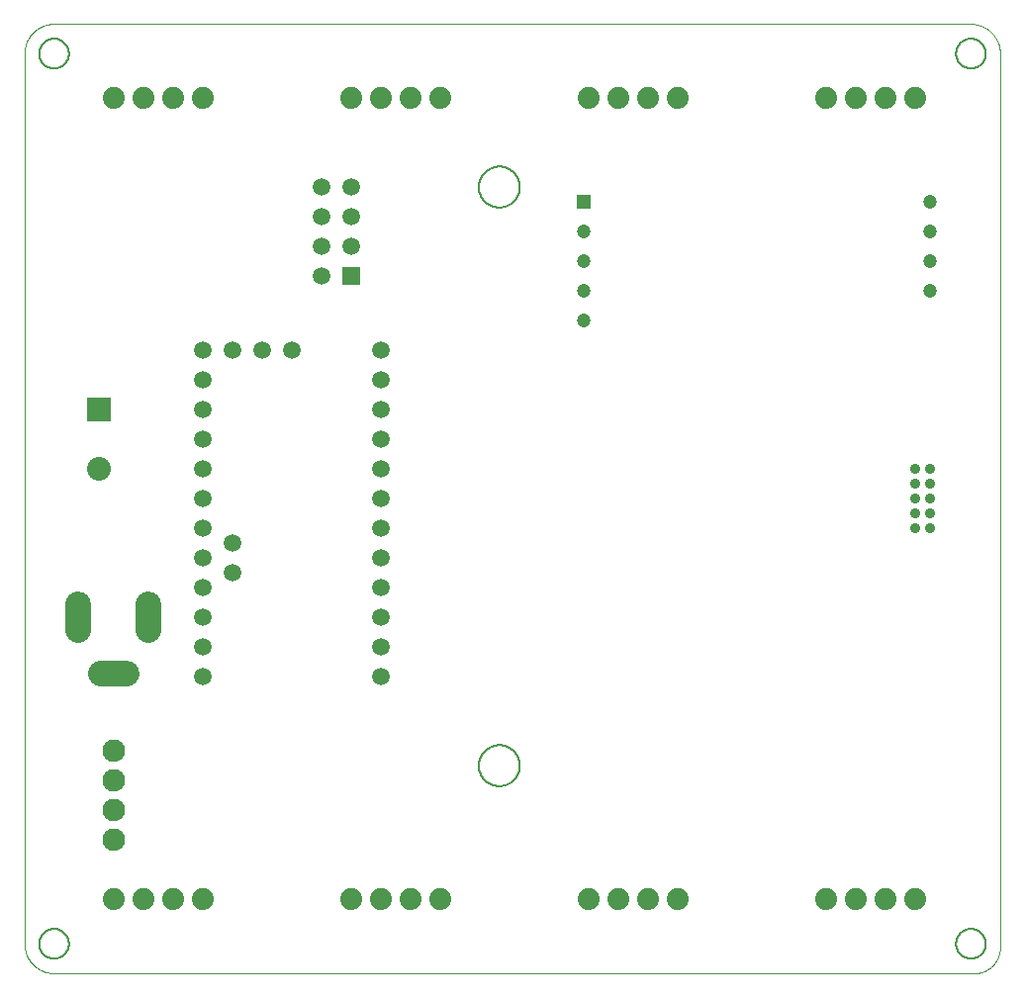
<source format=gbs>
G75*
%MOIN*%
%OFA0B0*%
%FSLAX25Y25*%
%IPPOS*%
%LPD*%
%AMOC8*
5,1,8,0,0,1.08239X$1,22.5*
%
%ADD10C,0.00000*%
%ADD11C,0.00600*%
%ADD12C,0.07400*%
%ADD13C,0.08600*%
%ADD14C,0.05906*%
%ADD15R,0.04724X0.04724*%
%ADD16C,0.04724*%
%ADD17R,0.08000X0.08000*%
%ADD18C,0.08000*%
%ADD19C,0.03562*%
%ADD20C,0.07600*%
%ADD21R,0.05906X0.05906*%
D10*
X0013520Y0011600D02*
X0013520Y0311561D01*
X0013523Y0311803D01*
X0013532Y0312044D01*
X0013546Y0312285D01*
X0013567Y0312526D01*
X0013593Y0312766D01*
X0013625Y0313006D01*
X0013663Y0313245D01*
X0013706Y0313482D01*
X0013756Y0313719D01*
X0013811Y0313954D01*
X0013871Y0314188D01*
X0013938Y0314420D01*
X0014009Y0314651D01*
X0014087Y0314880D01*
X0014170Y0315107D01*
X0014258Y0315332D01*
X0014352Y0315555D01*
X0014451Y0315775D01*
X0014556Y0315993D01*
X0014665Y0316208D01*
X0014780Y0316421D01*
X0014900Y0316631D01*
X0015025Y0316837D01*
X0015155Y0317041D01*
X0015290Y0317242D01*
X0015430Y0317439D01*
X0015574Y0317633D01*
X0015723Y0317823D01*
X0015877Y0318009D01*
X0016035Y0318192D01*
X0016197Y0318371D01*
X0016364Y0318546D01*
X0016535Y0318717D01*
X0016710Y0318884D01*
X0016889Y0319046D01*
X0017072Y0319204D01*
X0017258Y0319358D01*
X0017448Y0319507D01*
X0017642Y0319651D01*
X0017839Y0319791D01*
X0018040Y0319926D01*
X0018244Y0320056D01*
X0018450Y0320181D01*
X0018660Y0320301D01*
X0018873Y0320416D01*
X0019088Y0320525D01*
X0019306Y0320630D01*
X0019526Y0320729D01*
X0019749Y0320823D01*
X0019974Y0320911D01*
X0020201Y0320994D01*
X0020430Y0321072D01*
X0020661Y0321143D01*
X0020893Y0321210D01*
X0021127Y0321270D01*
X0021362Y0321325D01*
X0021599Y0321375D01*
X0021836Y0321418D01*
X0022075Y0321456D01*
X0022315Y0321488D01*
X0022555Y0321514D01*
X0022796Y0321535D01*
X0023037Y0321549D01*
X0023278Y0321558D01*
X0023520Y0321561D01*
X0332260Y0321561D01*
X0332501Y0321558D01*
X0332741Y0321549D01*
X0332982Y0321535D01*
X0333221Y0321514D01*
X0333461Y0321488D01*
X0333699Y0321456D01*
X0333937Y0321419D01*
X0334174Y0321375D01*
X0334409Y0321326D01*
X0334644Y0321272D01*
X0334877Y0321211D01*
X0335108Y0321145D01*
X0335338Y0321073D01*
X0335566Y0320996D01*
X0335792Y0320914D01*
X0336016Y0320826D01*
X0336238Y0320732D01*
X0336458Y0320633D01*
X0336675Y0320529D01*
X0336889Y0320420D01*
X0337101Y0320306D01*
X0337310Y0320186D01*
X0337516Y0320062D01*
X0337719Y0319932D01*
X0337918Y0319798D01*
X0338115Y0319659D01*
X0338308Y0319515D01*
X0338497Y0319366D01*
X0338683Y0319213D01*
X0338865Y0319056D01*
X0339044Y0318894D01*
X0339218Y0318728D01*
X0339388Y0318558D01*
X0339554Y0318384D01*
X0339716Y0318205D01*
X0339873Y0318023D01*
X0340026Y0317837D01*
X0340175Y0317648D01*
X0340319Y0317455D01*
X0340458Y0317258D01*
X0340592Y0317059D01*
X0340722Y0316856D01*
X0340846Y0316650D01*
X0340966Y0316441D01*
X0341080Y0316229D01*
X0341189Y0316015D01*
X0341293Y0315798D01*
X0341392Y0315578D01*
X0341486Y0315356D01*
X0341574Y0315132D01*
X0341656Y0314906D01*
X0341733Y0314678D01*
X0341805Y0314448D01*
X0341871Y0314217D01*
X0341932Y0313984D01*
X0341986Y0313749D01*
X0342035Y0313514D01*
X0342079Y0313277D01*
X0342116Y0313039D01*
X0342148Y0312801D01*
X0342174Y0312561D01*
X0342195Y0312322D01*
X0342209Y0312081D01*
X0342218Y0311841D01*
X0342221Y0311600D01*
X0342220Y0311600D02*
X0342220Y0010301D01*
X0342221Y0010301D02*
X0342218Y0010091D01*
X0342211Y0009881D01*
X0342198Y0009671D01*
X0342180Y0009461D01*
X0342158Y0009252D01*
X0342130Y0009044D01*
X0342097Y0008836D01*
X0342059Y0008629D01*
X0342016Y0008423D01*
X0341968Y0008219D01*
X0341915Y0008015D01*
X0341858Y0007813D01*
X0341795Y0007612D01*
X0341728Y0007413D01*
X0341656Y0007216D01*
X0341579Y0007020D01*
X0341497Y0006826D01*
X0341411Y0006634D01*
X0341320Y0006445D01*
X0341224Y0006257D01*
X0341124Y0006072D01*
X0341020Y0005890D01*
X0340911Y0005710D01*
X0340798Y0005533D01*
X0340681Y0005358D01*
X0340559Y0005187D01*
X0340434Y0005018D01*
X0340304Y0004853D01*
X0340170Y0004690D01*
X0340033Y0004531D01*
X0339891Y0004375D01*
X0339746Y0004223D01*
X0339598Y0004075D01*
X0339446Y0003930D01*
X0339290Y0003788D01*
X0339131Y0003651D01*
X0338968Y0003517D01*
X0338803Y0003387D01*
X0338634Y0003262D01*
X0338463Y0003140D01*
X0338288Y0003023D01*
X0338111Y0002910D01*
X0337931Y0002801D01*
X0337749Y0002697D01*
X0337564Y0002597D01*
X0337376Y0002501D01*
X0337187Y0002410D01*
X0336995Y0002324D01*
X0336801Y0002242D01*
X0336605Y0002165D01*
X0336408Y0002093D01*
X0336209Y0002026D01*
X0336008Y0001963D01*
X0335806Y0001906D01*
X0335602Y0001853D01*
X0335398Y0001805D01*
X0335192Y0001762D01*
X0334985Y0001724D01*
X0334777Y0001691D01*
X0334569Y0001663D01*
X0334360Y0001641D01*
X0334150Y0001623D01*
X0333940Y0001610D01*
X0333730Y0001603D01*
X0333520Y0001600D01*
X0023520Y0001600D01*
X0023278Y0001603D01*
X0023037Y0001612D01*
X0022796Y0001626D01*
X0022555Y0001647D01*
X0022315Y0001673D01*
X0022075Y0001705D01*
X0021836Y0001743D01*
X0021599Y0001786D01*
X0021362Y0001836D01*
X0021127Y0001891D01*
X0020893Y0001951D01*
X0020661Y0002018D01*
X0020430Y0002089D01*
X0020201Y0002167D01*
X0019974Y0002250D01*
X0019749Y0002338D01*
X0019526Y0002432D01*
X0019306Y0002531D01*
X0019088Y0002636D01*
X0018873Y0002745D01*
X0018660Y0002860D01*
X0018450Y0002980D01*
X0018244Y0003105D01*
X0018040Y0003235D01*
X0017839Y0003370D01*
X0017642Y0003510D01*
X0017448Y0003654D01*
X0017258Y0003803D01*
X0017072Y0003957D01*
X0016889Y0004115D01*
X0016710Y0004277D01*
X0016535Y0004444D01*
X0016364Y0004615D01*
X0016197Y0004790D01*
X0016035Y0004969D01*
X0015877Y0005152D01*
X0015723Y0005338D01*
X0015574Y0005528D01*
X0015430Y0005722D01*
X0015290Y0005919D01*
X0015155Y0006120D01*
X0015025Y0006324D01*
X0014900Y0006530D01*
X0014780Y0006740D01*
X0014665Y0006953D01*
X0014556Y0007168D01*
X0014451Y0007386D01*
X0014352Y0007606D01*
X0014258Y0007829D01*
X0014170Y0008054D01*
X0014087Y0008281D01*
X0014009Y0008510D01*
X0013938Y0008741D01*
X0013871Y0008973D01*
X0013811Y0009207D01*
X0013756Y0009442D01*
X0013706Y0009679D01*
X0013663Y0009916D01*
X0013625Y0010155D01*
X0013593Y0010395D01*
X0013567Y0010635D01*
X0013546Y0010876D01*
X0013532Y0011117D01*
X0013523Y0011358D01*
X0013520Y0011600D01*
D11*
X0018520Y0011600D02*
X0018522Y0011741D01*
X0018528Y0011882D01*
X0018538Y0012022D01*
X0018552Y0012162D01*
X0018570Y0012302D01*
X0018591Y0012441D01*
X0018617Y0012580D01*
X0018646Y0012718D01*
X0018680Y0012854D01*
X0018717Y0012990D01*
X0018758Y0013125D01*
X0018803Y0013259D01*
X0018852Y0013391D01*
X0018904Y0013522D01*
X0018960Y0013651D01*
X0019020Y0013778D01*
X0019083Y0013904D01*
X0019149Y0014028D01*
X0019220Y0014151D01*
X0019293Y0014271D01*
X0019370Y0014389D01*
X0019450Y0014505D01*
X0019534Y0014618D01*
X0019620Y0014729D01*
X0019710Y0014838D01*
X0019803Y0014944D01*
X0019898Y0015047D01*
X0019997Y0015148D01*
X0020098Y0015246D01*
X0020202Y0015341D01*
X0020309Y0015433D01*
X0020418Y0015522D01*
X0020530Y0015607D01*
X0020644Y0015690D01*
X0020760Y0015770D01*
X0020879Y0015846D01*
X0021000Y0015918D01*
X0021122Y0015988D01*
X0021247Y0016053D01*
X0021373Y0016116D01*
X0021501Y0016174D01*
X0021631Y0016229D01*
X0021762Y0016281D01*
X0021895Y0016328D01*
X0022029Y0016372D01*
X0022164Y0016413D01*
X0022300Y0016449D01*
X0022437Y0016481D01*
X0022575Y0016510D01*
X0022713Y0016535D01*
X0022853Y0016555D01*
X0022993Y0016572D01*
X0023133Y0016585D01*
X0023274Y0016594D01*
X0023414Y0016599D01*
X0023555Y0016600D01*
X0023696Y0016597D01*
X0023837Y0016590D01*
X0023977Y0016579D01*
X0024117Y0016564D01*
X0024257Y0016545D01*
X0024396Y0016523D01*
X0024534Y0016496D01*
X0024672Y0016466D01*
X0024808Y0016431D01*
X0024944Y0016393D01*
X0025078Y0016351D01*
X0025212Y0016305D01*
X0025344Y0016256D01*
X0025474Y0016202D01*
X0025603Y0016145D01*
X0025730Y0016085D01*
X0025856Y0016021D01*
X0025979Y0015953D01*
X0026101Y0015882D01*
X0026221Y0015808D01*
X0026338Y0015730D01*
X0026453Y0015649D01*
X0026566Y0015565D01*
X0026677Y0015478D01*
X0026785Y0015387D01*
X0026890Y0015294D01*
X0026993Y0015197D01*
X0027093Y0015098D01*
X0027190Y0014996D01*
X0027284Y0014891D01*
X0027375Y0014784D01*
X0027463Y0014674D01*
X0027548Y0014562D01*
X0027630Y0014447D01*
X0027709Y0014330D01*
X0027784Y0014211D01*
X0027856Y0014090D01*
X0027924Y0013967D01*
X0027989Y0013842D01*
X0028051Y0013715D01*
X0028108Y0013586D01*
X0028163Y0013456D01*
X0028213Y0013325D01*
X0028260Y0013192D01*
X0028303Y0013058D01*
X0028342Y0012922D01*
X0028377Y0012786D01*
X0028409Y0012649D01*
X0028436Y0012511D01*
X0028460Y0012372D01*
X0028480Y0012232D01*
X0028496Y0012092D01*
X0028508Y0011952D01*
X0028516Y0011811D01*
X0028520Y0011670D01*
X0028520Y0011530D01*
X0028516Y0011389D01*
X0028508Y0011248D01*
X0028496Y0011108D01*
X0028480Y0010968D01*
X0028460Y0010828D01*
X0028436Y0010689D01*
X0028409Y0010551D01*
X0028377Y0010414D01*
X0028342Y0010278D01*
X0028303Y0010142D01*
X0028260Y0010008D01*
X0028213Y0009875D01*
X0028163Y0009744D01*
X0028108Y0009614D01*
X0028051Y0009485D01*
X0027989Y0009358D01*
X0027924Y0009233D01*
X0027856Y0009110D01*
X0027784Y0008989D01*
X0027709Y0008870D01*
X0027630Y0008753D01*
X0027548Y0008638D01*
X0027463Y0008526D01*
X0027375Y0008416D01*
X0027284Y0008309D01*
X0027190Y0008204D01*
X0027093Y0008102D01*
X0026993Y0008003D01*
X0026890Y0007906D01*
X0026785Y0007813D01*
X0026677Y0007722D01*
X0026566Y0007635D01*
X0026453Y0007551D01*
X0026338Y0007470D01*
X0026221Y0007392D01*
X0026101Y0007318D01*
X0025979Y0007247D01*
X0025856Y0007179D01*
X0025730Y0007115D01*
X0025603Y0007055D01*
X0025474Y0006998D01*
X0025344Y0006944D01*
X0025212Y0006895D01*
X0025078Y0006849D01*
X0024944Y0006807D01*
X0024808Y0006769D01*
X0024672Y0006734D01*
X0024534Y0006704D01*
X0024396Y0006677D01*
X0024257Y0006655D01*
X0024117Y0006636D01*
X0023977Y0006621D01*
X0023837Y0006610D01*
X0023696Y0006603D01*
X0023555Y0006600D01*
X0023414Y0006601D01*
X0023274Y0006606D01*
X0023133Y0006615D01*
X0022993Y0006628D01*
X0022853Y0006645D01*
X0022713Y0006665D01*
X0022575Y0006690D01*
X0022437Y0006719D01*
X0022300Y0006751D01*
X0022164Y0006787D01*
X0022029Y0006828D01*
X0021895Y0006872D01*
X0021762Y0006919D01*
X0021631Y0006971D01*
X0021501Y0007026D01*
X0021373Y0007084D01*
X0021247Y0007147D01*
X0021122Y0007212D01*
X0021000Y0007282D01*
X0020879Y0007354D01*
X0020760Y0007430D01*
X0020644Y0007510D01*
X0020530Y0007593D01*
X0020418Y0007678D01*
X0020309Y0007767D01*
X0020202Y0007859D01*
X0020098Y0007954D01*
X0019997Y0008052D01*
X0019898Y0008153D01*
X0019803Y0008256D01*
X0019710Y0008362D01*
X0019620Y0008471D01*
X0019534Y0008582D01*
X0019450Y0008695D01*
X0019370Y0008811D01*
X0019293Y0008929D01*
X0019220Y0009049D01*
X0019149Y0009172D01*
X0019083Y0009296D01*
X0019020Y0009422D01*
X0018960Y0009549D01*
X0018904Y0009678D01*
X0018852Y0009809D01*
X0018803Y0009941D01*
X0018758Y0010075D01*
X0018717Y0010210D01*
X0018680Y0010346D01*
X0018646Y0010482D01*
X0018617Y0010620D01*
X0018591Y0010759D01*
X0018570Y0010898D01*
X0018552Y0011038D01*
X0018538Y0011178D01*
X0018528Y0011318D01*
X0018522Y0011459D01*
X0018520Y0011600D01*
X0166630Y0071600D02*
X0166632Y0071769D01*
X0166638Y0071938D01*
X0166649Y0072107D01*
X0166663Y0072275D01*
X0166682Y0072443D01*
X0166705Y0072611D01*
X0166731Y0072778D01*
X0166762Y0072944D01*
X0166797Y0073110D01*
X0166836Y0073274D01*
X0166880Y0073438D01*
X0166927Y0073600D01*
X0166978Y0073761D01*
X0167033Y0073921D01*
X0167092Y0074080D01*
X0167154Y0074237D01*
X0167221Y0074392D01*
X0167292Y0074546D01*
X0167366Y0074698D01*
X0167444Y0074848D01*
X0167525Y0074996D01*
X0167610Y0075142D01*
X0167699Y0075286D01*
X0167791Y0075428D01*
X0167887Y0075567D01*
X0167986Y0075704D01*
X0168088Y0075839D01*
X0168194Y0075971D01*
X0168303Y0076100D01*
X0168415Y0076227D01*
X0168530Y0076351D01*
X0168648Y0076472D01*
X0168769Y0076590D01*
X0168893Y0076705D01*
X0169020Y0076817D01*
X0169149Y0076926D01*
X0169281Y0077032D01*
X0169416Y0077134D01*
X0169553Y0077233D01*
X0169692Y0077329D01*
X0169834Y0077421D01*
X0169978Y0077510D01*
X0170124Y0077595D01*
X0170272Y0077676D01*
X0170422Y0077754D01*
X0170574Y0077828D01*
X0170728Y0077899D01*
X0170883Y0077966D01*
X0171040Y0078028D01*
X0171199Y0078087D01*
X0171359Y0078142D01*
X0171520Y0078193D01*
X0171682Y0078240D01*
X0171846Y0078284D01*
X0172010Y0078323D01*
X0172176Y0078358D01*
X0172342Y0078389D01*
X0172509Y0078415D01*
X0172677Y0078438D01*
X0172845Y0078457D01*
X0173013Y0078471D01*
X0173182Y0078482D01*
X0173351Y0078488D01*
X0173520Y0078490D01*
X0173689Y0078488D01*
X0173858Y0078482D01*
X0174027Y0078471D01*
X0174195Y0078457D01*
X0174363Y0078438D01*
X0174531Y0078415D01*
X0174698Y0078389D01*
X0174864Y0078358D01*
X0175030Y0078323D01*
X0175194Y0078284D01*
X0175358Y0078240D01*
X0175520Y0078193D01*
X0175681Y0078142D01*
X0175841Y0078087D01*
X0176000Y0078028D01*
X0176157Y0077966D01*
X0176312Y0077899D01*
X0176466Y0077828D01*
X0176618Y0077754D01*
X0176768Y0077676D01*
X0176916Y0077595D01*
X0177062Y0077510D01*
X0177206Y0077421D01*
X0177348Y0077329D01*
X0177487Y0077233D01*
X0177624Y0077134D01*
X0177759Y0077032D01*
X0177891Y0076926D01*
X0178020Y0076817D01*
X0178147Y0076705D01*
X0178271Y0076590D01*
X0178392Y0076472D01*
X0178510Y0076351D01*
X0178625Y0076227D01*
X0178737Y0076100D01*
X0178846Y0075971D01*
X0178952Y0075839D01*
X0179054Y0075704D01*
X0179153Y0075567D01*
X0179249Y0075428D01*
X0179341Y0075286D01*
X0179430Y0075142D01*
X0179515Y0074996D01*
X0179596Y0074848D01*
X0179674Y0074698D01*
X0179748Y0074546D01*
X0179819Y0074392D01*
X0179886Y0074237D01*
X0179948Y0074080D01*
X0180007Y0073921D01*
X0180062Y0073761D01*
X0180113Y0073600D01*
X0180160Y0073438D01*
X0180204Y0073274D01*
X0180243Y0073110D01*
X0180278Y0072944D01*
X0180309Y0072778D01*
X0180335Y0072611D01*
X0180358Y0072443D01*
X0180377Y0072275D01*
X0180391Y0072107D01*
X0180402Y0071938D01*
X0180408Y0071769D01*
X0180410Y0071600D01*
X0180408Y0071431D01*
X0180402Y0071262D01*
X0180391Y0071093D01*
X0180377Y0070925D01*
X0180358Y0070757D01*
X0180335Y0070589D01*
X0180309Y0070422D01*
X0180278Y0070256D01*
X0180243Y0070090D01*
X0180204Y0069926D01*
X0180160Y0069762D01*
X0180113Y0069600D01*
X0180062Y0069439D01*
X0180007Y0069279D01*
X0179948Y0069120D01*
X0179886Y0068963D01*
X0179819Y0068808D01*
X0179748Y0068654D01*
X0179674Y0068502D01*
X0179596Y0068352D01*
X0179515Y0068204D01*
X0179430Y0068058D01*
X0179341Y0067914D01*
X0179249Y0067772D01*
X0179153Y0067633D01*
X0179054Y0067496D01*
X0178952Y0067361D01*
X0178846Y0067229D01*
X0178737Y0067100D01*
X0178625Y0066973D01*
X0178510Y0066849D01*
X0178392Y0066728D01*
X0178271Y0066610D01*
X0178147Y0066495D01*
X0178020Y0066383D01*
X0177891Y0066274D01*
X0177759Y0066168D01*
X0177624Y0066066D01*
X0177487Y0065967D01*
X0177348Y0065871D01*
X0177206Y0065779D01*
X0177062Y0065690D01*
X0176916Y0065605D01*
X0176768Y0065524D01*
X0176618Y0065446D01*
X0176466Y0065372D01*
X0176312Y0065301D01*
X0176157Y0065234D01*
X0176000Y0065172D01*
X0175841Y0065113D01*
X0175681Y0065058D01*
X0175520Y0065007D01*
X0175358Y0064960D01*
X0175194Y0064916D01*
X0175030Y0064877D01*
X0174864Y0064842D01*
X0174698Y0064811D01*
X0174531Y0064785D01*
X0174363Y0064762D01*
X0174195Y0064743D01*
X0174027Y0064729D01*
X0173858Y0064718D01*
X0173689Y0064712D01*
X0173520Y0064710D01*
X0173351Y0064712D01*
X0173182Y0064718D01*
X0173013Y0064729D01*
X0172845Y0064743D01*
X0172677Y0064762D01*
X0172509Y0064785D01*
X0172342Y0064811D01*
X0172176Y0064842D01*
X0172010Y0064877D01*
X0171846Y0064916D01*
X0171682Y0064960D01*
X0171520Y0065007D01*
X0171359Y0065058D01*
X0171199Y0065113D01*
X0171040Y0065172D01*
X0170883Y0065234D01*
X0170728Y0065301D01*
X0170574Y0065372D01*
X0170422Y0065446D01*
X0170272Y0065524D01*
X0170124Y0065605D01*
X0169978Y0065690D01*
X0169834Y0065779D01*
X0169692Y0065871D01*
X0169553Y0065967D01*
X0169416Y0066066D01*
X0169281Y0066168D01*
X0169149Y0066274D01*
X0169020Y0066383D01*
X0168893Y0066495D01*
X0168769Y0066610D01*
X0168648Y0066728D01*
X0168530Y0066849D01*
X0168415Y0066973D01*
X0168303Y0067100D01*
X0168194Y0067229D01*
X0168088Y0067361D01*
X0167986Y0067496D01*
X0167887Y0067633D01*
X0167791Y0067772D01*
X0167699Y0067914D01*
X0167610Y0068058D01*
X0167525Y0068204D01*
X0167444Y0068352D01*
X0167366Y0068502D01*
X0167292Y0068654D01*
X0167221Y0068808D01*
X0167154Y0068963D01*
X0167092Y0069120D01*
X0167033Y0069279D01*
X0166978Y0069439D01*
X0166927Y0069600D01*
X0166880Y0069762D01*
X0166836Y0069926D01*
X0166797Y0070090D01*
X0166762Y0070256D01*
X0166731Y0070422D01*
X0166705Y0070589D01*
X0166682Y0070757D01*
X0166663Y0070925D01*
X0166649Y0071093D01*
X0166638Y0071262D01*
X0166632Y0071431D01*
X0166630Y0071600D01*
X0327417Y0011600D02*
X0327419Y0011741D01*
X0327425Y0011882D01*
X0327435Y0012022D01*
X0327449Y0012162D01*
X0327467Y0012302D01*
X0327488Y0012441D01*
X0327514Y0012580D01*
X0327543Y0012718D01*
X0327577Y0012854D01*
X0327614Y0012990D01*
X0327655Y0013125D01*
X0327700Y0013259D01*
X0327749Y0013391D01*
X0327801Y0013522D01*
X0327857Y0013651D01*
X0327917Y0013778D01*
X0327980Y0013904D01*
X0328046Y0014028D01*
X0328117Y0014151D01*
X0328190Y0014271D01*
X0328267Y0014389D01*
X0328347Y0014505D01*
X0328431Y0014618D01*
X0328517Y0014729D01*
X0328607Y0014838D01*
X0328700Y0014944D01*
X0328795Y0015047D01*
X0328894Y0015148D01*
X0328995Y0015246D01*
X0329099Y0015341D01*
X0329206Y0015433D01*
X0329315Y0015522D01*
X0329427Y0015607D01*
X0329541Y0015690D01*
X0329657Y0015770D01*
X0329776Y0015846D01*
X0329897Y0015918D01*
X0330019Y0015988D01*
X0330144Y0016053D01*
X0330270Y0016116D01*
X0330398Y0016174D01*
X0330528Y0016229D01*
X0330659Y0016281D01*
X0330792Y0016328D01*
X0330926Y0016372D01*
X0331061Y0016413D01*
X0331197Y0016449D01*
X0331334Y0016481D01*
X0331472Y0016510D01*
X0331610Y0016535D01*
X0331750Y0016555D01*
X0331890Y0016572D01*
X0332030Y0016585D01*
X0332171Y0016594D01*
X0332311Y0016599D01*
X0332452Y0016600D01*
X0332593Y0016597D01*
X0332734Y0016590D01*
X0332874Y0016579D01*
X0333014Y0016564D01*
X0333154Y0016545D01*
X0333293Y0016523D01*
X0333431Y0016496D01*
X0333569Y0016466D01*
X0333705Y0016431D01*
X0333841Y0016393D01*
X0333975Y0016351D01*
X0334109Y0016305D01*
X0334241Y0016256D01*
X0334371Y0016202D01*
X0334500Y0016145D01*
X0334627Y0016085D01*
X0334753Y0016021D01*
X0334876Y0015953D01*
X0334998Y0015882D01*
X0335118Y0015808D01*
X0335235Y0015730D01*
X0335350Y0015649D01*
X0335463Y0015565D01*
X0335574Y0015478D01*
X0335682Y0015387D01*
X0335787Y0015294D01*
X0335890Y0015197D01*
X0335990Y0015098D01*
X0336087Y0014996D01*
X0336181Y0014891D01*
X0336272Y0014784D01*
X0336360Y0014674D01*
X0336445Y0014562D01*
X0336527Y0014447D01*
X0336606Y0014330D01*
X0336681Y0014211D01*
X0336753Y0014090D01*
X0336821Y0013967D01*
X0336886Y0013842D01*
X0336948Y0013715D01*
X0337005Y0013586D01*
X0337060Y0013456D01*
X0337110Y0013325D01*
X0337157Y0013192D01*
X0337200Y0013058D01*
X0337239Y0012922D01*
X0337274Y0012786D01*
X0337306Y0012649D01*
X0337333Y0012511D01*
X0337357Y0012372D01*
X0337377Y0012232D01*
X0337393Y0012092D01*
X0337405Y0011952D01*
X0337413Y0011811D01*
X0337417Y0011670D01*
X0337417Y0011530D01*
X0337413Y0011389D01*
X0337405Y0011248D01*
X0337393Y0011108D01*
X0337377Y0010968D01*
X0337357Y0010828D01*
X0337333Y0010689D01*
X0337306Y0010551D01*
X0337274Y0010414D01*
X0337239Y0010278D01*
X0337200Y0010142D01*
X0337157Y0010008D01*
X0337110Y0009875D01*
X0337060Y0009744D01*
X0337005Y0009614D01*
X0336948Y0009485D01*
X0336886Y0009358D01*
X0336821Y0009233D01*
X0336753Y0009110D01*
X0336681Y0008989D01*
X0336606Y0008870D01*
X0336527Y0008753D01*
X0336445Y0008638D01*
X0336360Y0008526D01*
X0336272Y0008416D01*
X0336181Y0008309D01*
X0336087Y0008204D01*
X0335990Y0008102D01*
X0335890Y0008003D01*
X0335787Y0007906D01*
X0335682Y0007813D01*
X0335574Y0007722D01*
X0335463Y0007635D01*
X0335350Y0007551D01*
X0335235Y0007470D01*
X0335118Y0007392D01*
X0334998Y0007318D01*
X0334876Y0007247D01*
X0334753Y0007179D01*
X0334627Y0007115D01*
X0334500Y0007055D01*
X0334371Y0006998D01*
X0334241Y0006944D01*
X0334109Y0006895D01*
X0333975Y0006849D01*
X0333841Y0006807D01*
X0333705Y0006769D01*
X0333569Y0006734D01*
X0333431Y0006704D01*
X0333293Y0006677D01*
X0333154Y0006655D01*
X0333014Y0006636D01*
X0332874Y0006621D01*
X0332734Y0006610D01*
X0332593Y0006603D01*
X0332452Y0006600D01*
X0332311Y0006601D01*
X0332171Y0006606D01*
X0332030Y0006615D01*
X0331890Y0006628D01*
X0331750Y0006645D01*
X0331610Y0006665D01*
X0331472Y0006690D01*
X0331334Y0006719D01*
X0331197Y0006751D01*
X0331061Y0006787D01*
X0330926Y0006828D01*
X0330792Y0006872D01*
X0330659Y0006919D01*
X0330528Y0006971D01*
X0330398Y0007026D01*
X0330270Y0007084D01*
X0330144Y0007147D01*
X0330019Y0007212D01*
X0329897Y0007282D01*
X0329776Y0007354D01*
X0329657Y0007430D01*
X0329541Y0007510D01*
X0329427Y0007593D01*
X0329315Y0007678D01*
X0329206Y0007767D01*
X0329099Y0007859D01*
X0328995Y0007954D01*
X0328894Y0008052D01*
X0328795Y0008153D01*
X0328700Y0008256D01*
X0328607Y0008362D01*
X0328517Y0008471D01*
X0328431Y0008582D01*
X0328347Y0008695D01*
X0328267Y0008811D01*
X0328190Y0008929D01*
X0328117Y0009049D01*
X0328046Y0009172D01*
X0327980Y0009296D01*
X0327917Y0009422D01*
X0327857Y0009549D01*
X0327801Y0009678D01*
X0327749Y0009809D01*
X0327700Y0009941D01*
X0327655Y0010075D01*
X0327614Y0010210D01*
X0327577Y0010346D01*
X0327543Y0010482D01*
X0327514Y0010620D01*
X0327488Y0010759D01*
X0327467Y0010898D01*
X0327449Y0011038D01*
X0327435Y0011178D01*
X0327425Y0011318D01*
X0327419Y0011459D01*
X0327417Y0011600D01*
X0166630Y0266600D02*
X0166632Y0266769D01*
X0166638Y0266938D01*
X0166649Y0267107D01*
X0166663Y0267275D01*
X0166682Y0267443D01*
X0166705Y0267611D01*
X0166731Y0267778D01*
X0166762Y0267944D01*
X0166797Y0268110D01*
X0166836Y0268274D01*
X0166880Y0268438D01*
X0166927Y0268600D01*
X0166978Y0268761D01*
X0167033Y0268921D01*
X0167092Y0269080D01*
X0167154Y0269237D01*
X0167221Y0269392D01*
X0167292Y0269546D01*
X0167366Y0269698D01*
X0167444Y0269848D01*
X0167525Y0269996D01*
X0167610Y0270142D01*
X0167699Y0270286D01*
X0167791Y0270428D01*
X0167887Y0270567D01*
X0167986Y0270704D01*
X0168088Y0270839D01*
X0168194Y0270971D01*
X0168303Y0271100D01*
X0168415Y0271227D01*
X0168530Y0271351D01*
X0168648Y0271472D01*
X0168769Y0271590D01*
X0168893Y0271705D01*
X0169020Y0271817D01*
X0169149Y0271926D01*
X0169281Y0272032D01*
X0169416Y0272134D01*
X0169553Y0272233D01*
X0169692Y0272329D01*
X0169834Y0272421D01*
X0169978Y0272510D01*
X0170124Y0272595D01*
X0170272Y0272676D01*
X0170422Y0272754D01*
X0170574Y0272828D01*
X0170728Y0272899D01*
X0170883Y0272966D01*
X0171040Y0273028D01*
X0171199Y0273087D01*
X0171359Y0273142D01*
X0171520Y0273193D01*
X0171682Y0273240D01*
X0171846Y0273284D01*
X0172010Y0273323D01*
X0172176Y0273358D01*
X0172342Y0273389D01*
X0172509Y0273415D01*
X0172677Y0273438D01*
X0172845Y0273457D01*
X0173013Y0273471D01*
X0173182Y0273482D01*
X0173351Y0273488D01*
X0173520Y0273490D01*
X0173689Y0273488D01*
X0173858Y0273482D01*
X0174027Y0273471D01*
X0174195Y0273457D01*
X0174363Y0273438D01*
X0174531Y0273415D01*
X0174698Y0273389D01*
X0174864Y0273358D01*
X0175030Y0273323D01*
X0175194Y0273284D01*
X0175358Y0273240D01*
X0175520Y0273193D01*
X0175681Y0273142D01*
X0175841Y0273087D01*
X0176000Y0273028D01*
X0176157Y0272966D01*
X0176312Y0272899D01*
X0176466Y0272828D01*
X0176618Y0272754D01*
X0176768Y0272676D01*
X0176916Y0272595D01*
X0177062Y0272510D01*
X0177206Y0272421D01*
X0177348Y0272329D01*
X0177487Y0272233D01*
X0177624Y0272134D01*
X0177759Y0272032D01*
X0177891Y0271926D01*
X0178020Y0271817D01*
X0178147Y0271705D01*
X0178271Y0271590D01*
X0178392Y0271472D01*
X0178510Y0271351D01*
X0178625Y0271227D01*
X0178737Y0271100D01*
X0178846Y0270971D01*
X0178952Y0270839D01*
X0179054Y0270704D01*
X0179153Y0270567D01*
X0179249Y0270428D01*
X0179341Y0270286D01*
X0179430Y0270142D01*
X0179515Y0269996D01*
X0179596Y0269848D01*
X0179674Y0269698D01*
X0179748Y0269546D01*
X0179819Y0269392D01*
X0179886Y0269237D01*
X0179948Y0269080D01*
X0180007Y0268921D01*
X0180062Y0268761D01*
X0180113Y0268600D01*
X0180160Y0268438D01*
X0180204Y0268274D01*
X0180243Y0268110D01*
X0180278Y0267944D01*
X0180309Y0267778D01*
X0180335Y0267611D01*
X0180358Y0267443D01*
X0180377Y0267275D01*
X0180391Y0267107D01*
X0180402Y0266938D01*
X0180408Y0266769D01*
X0180410Y0266600D01*
X0180408Y0266431D01*
X0180402Y0266262D01*
X0180391Y0266093D01*
X0180377Y0265925D01*
X0180358Y0265757D01*
X0180335Y0265589D01*
X0180309Y0265422D01*
X0180278Y0265256D01*
X0180243Y0265090D01*
X0180204Y0264926D01*
X0180160Y0264762D01*
X0180113Y0264600D01*
X0180062Y0264439D01*
X0180007Y0264279D01*
X0179948Y0264120D01*
X0179886Y0263963D01*
X0179819Y0263808D01*
X0179748Y0263654D01*
X0179674Y0263502D01*
X0179596Y0263352D01*
X0179515Y0263204D01*
X0179430Y0263058D01*
X0179341Y0262914D01*
X0179249Y0262772D01*
X0179153Y0262633D01*
X0179054Y0262496D01*
X0178952Y0262361D01*
X0178846Y0262229D01*
X0178737Y0262100D01*
X0178625Y0261973D01*
X0178510Y0261849D01*
X0178392Y0261728D01*
X0178271Y0261610D01*
X0178147Y0261495D01*
X0178020Y0261383D01*
X0177891Y0261274D01*
X0177759Y0261168D01*
X0177624Y0261066D01*
X0177487Y0260967D01*
X0177348Y0260871D01*
X0177206Y0260779D01*
X0177062Y0260690D01*
X0176916Y0260605D01*
X0176768Y0260524D01*
X0176618Y0260446D01*
X0176466Y0260372D01*
X0176312Y0260301D01*
X0176157Y0260234D01*
X0176000Y0260172D01*
X0175841Y0260113D01*
X0175681Y0260058D01*
X0175520Y0260007D01*
X0175358Y0259960D01*
X0175194Y0259916D01*
X0175030Y0259877D01*
X0174864Y0259842D01*
X0174698Y0259811D01*
X0174531Y0259785D01*
X0174363Y0259762D01*
X0174195Y0259743D01*
X0174027Y0259729D01*
X0173858Y0259718D01*
X0173689Y0259712D01*
X0173520Y0259710D01*
X0173351Y0259712D01*
X0173182Y0259718D01*
X0173013Y0259729D01*
X0172845Y0259743D01*
X0172677Y0259762D01*
X0172509Y0259785D01*
X0172342Y0259811D01*
X0172176Y0259842D01*
X0172010Y0259877D01*
X0171846Y0259916D01*
X0171682Y0259960D01*
X0171520Y0260007D01*
X0171359Y0260058D01*
X0171199Y0260113D01*
X0171040Y0260172D01*
X0170883Y0260234D01*
X0170728Y0260301D01*
X0170574Y0260372D01*
X0170422Y0260446D01*
X0170272Y0260524D01*
X0170124Y0260605D01*
X0169978Y0260690D01*
X0169834Y0260779D01*
X0169692Y0260871D01*
X0169553Y0260967D01*
X0169416Y0261066D01*
X0169281Y0261168D01*
X0169149Y0261274D01*
X0169020Y0261383D01*
X0168893Y0261495D01*
X0168769Y0261610D01*
X0168648Y0261728D01*
X0168530Y0261849D01*
X0168415Y0261973D01*
X0168303Y0262100D01*
X0168194Y0262229D01*
X0168088Y0262361D01*
X0167986Y0262496D01*
X0167887Y0262633D01*
X0167791Y0262772D01*
X0167699Y0262914D01*
X0167610Y0263058D01*
X0167525Y0263204D01*
X0167444Y0263352D01*
X0167366Y0263502D01*
X0167292Y0263654D01*
X0167221Y0263808D01*
X0167154Y0263963D01*
X0167092Y0264120D01*
X0167033Y0264279D01*
X0166978Y0264439D01*
X0166927Y0264600D01*
X0166880Y0264762D01*
X0166836Y0264926D01*
X0166797Y0265090D01*
X0166762Y0265256D01*
X0166731Y0265422D01*
X0166705Y0265589D01*
X0166682Y0265757D01*
X0166663Y0265925D01*
X0166649Y0266093D01*
X0166638Y0266262D01*
X0166632Y0266431D01*
X0166630Y0266600D01*
X0018520Y0311600D02*
X0018522Y0311741D01*
X0018528Y0311882D01*
X0018538Y0312022D01*
X0018552Y0312162D01*
X0018570Y0312302D01*
X0018591Y0312441D01*
X0018617Y0312580D01*
X0018646Y0312718D01*
X0018680Y0312854D01*
X0018717Y0312990D01*
X0018758Y0313125D01*
X0018803Y0313259D01*
X0018852Y0313391D01*
X0018904Y0313522D01*
X0018960Y0313651D01*
X0019020Y0313778D01*
X0019083Y0313904D01*
X0019149Y0314028D01*
X0019220Y0314151D01*
X0019293Y0314271D01*
X0019370Y0314389D01*
X0019450Y0314505D01*
X0019534Y0314618D01*
X0019620Y0314729D01*
X0019710Y0314838D01*
X0019803Y0314944D01*
X0019898Y0315047D01*
X0019997Y0315148D01*
X0020098Y0315246D01*
X0020202Y0315341D01*
X0020309Y0315433D01*
X0020418Y0315522D01*
X0020530Y0315607D01*
X0020644Y0315690D01*
X0020760Y0315770D01*
X0020879Y0315846D01*
X0021000Y0315918D01*
X0021122Y0315988D01*
X0021247Y0316053D01*
X0021373Y0316116D01*
X0021501Y0316174D01*
X0021631Y0316229D01*
X0021762Y0316281D01*
X0021895Y0316328D01*
X0022029Y0316372D01*
X0022164Y0316413D01*
X0022300Y0316449D01*
X0022437Y0316481D01*
X0022575Y0316510D01*
X0022713Y0316535D01*
X0022853Y0316555D01*
X0022993Y0316572D01*
X0023133Y0316585D01*
X0023274Y0316594D01*
X0023414Y0316599D01*
X0023555Y0316600D01*
X0023696Y0316597D01*
X0023837Y0316590D01*
X0023977Y0316579D01*
X0024117Y0316564D01*
X0024257Y0316545D01*
X0024396Y0316523D01*
X0024534Y0316496D01*
X0024672Y0316466D01*
X0024808Y0316431D01*
X0024944Y0316393D01*
X0025078Y0316351D01*
X0025212Y0316305D01*
X0025344Y0316256D01*
X0025474Y0316202D01*
X0025603Y0316145D01*
X0025730Y0316085D01*
X0025856Y0316021D01*
X0025979Y0315953D01*
X0026101Y0315882D01*
X0026221Y0315808D01*
X0026338Y0315730D01*
X0026453Y0315649D01*
X0026566Y0315565D01*
X0026677Y0315478D01*
X0026785Y0315387D01*
X0026890Y0315294D01*
X0026993Y0315197D01*
X0027093Y0315098D01*
X0027190Y0314996D01*
X0027284Y0314891D01*
X0027375Y0314784D01*
X0027463Y0314674D01*
X0027548Y0314562D01*
X0027630Y0314447D01*
X0027709Y0314330D01*
X0027784Y0314211D01*
X0027856Y0314090D01*
X0027924Y0313967D01*
X0027989Y0313842D01*
X0028051Y0313715D01*
X0028108Y0313586D01*
X0028163Y0313456D01*
X0028213Y0313325D01*
X0028260Y0313192D01*
X0028303Y0313058D01*
X0028342Y0312922D01*
X0028377Y0312786D01*
X0028409Y0312649D01*
X0028436Y0312511D01*
X0028460Y0312372D01*
X0028480Y0312232D01*
X0028496Y0312092D01*
X0028508Y0311952D01*
X0028516Y0311811D01*
X0028520Y0311670D01*
X0028520Y0311530D01*
X0028516Y0311389D01*
X0028508Y0311248D01*
X0028496Y0311108D01*
X0028480Y0310968D01*
X0028460Y0310828D01*
X0028436Y0310689D01*
X0028409Y0310551D01*
X0028377Y0310414D01*
X0028342Y0310278D01*
X0028303Y0310142D01*
X0028260Y0310008D01*
X0028213Y0309875D01*
X0028163Y0309744D01*
X0028108Y0309614D01*
X0028051Y0309485D01*
X0027989Y0309358D01*
X0027924Y0309233D01*
X0027856Y0309110D01*
X0027784Y0308989D01*
X0027709Y0308870D01*
X0027630Y0308753D01*
X0027548Y0308638D01*
X0027463Y0308526D01*
X0027375Y0308416D01*
X0027284Y0308309D01*
X0027190Y0308204D01*
X0027093Y0308102D01*
X0026993Y0308003D01*
X0026890Y0307906D01*
X0026785Y0307813D01*
X0026677Y0307722D01*
X0026566Y0307635D01*
X0026453Y0307551D01*
X0026338Y0307470D01*
X0026221Y0307392D01*
X0026101Y0307318D01*
X0025979Y0307247D01*
X0025856Y0307179D01*
X0025730Y0307115D01*
X0025603Y0307055D01*
X0025474Y0306998D01*
X0025344Y0306944D01*
X0025212Y0306895D01*
X0025078Y0306849D01*
X0024944Y0306807D01*
X0024808Y0306769D01*
X0024672Y0306734D01*
X0024534Y0306704D01*
X0024396Y0306677D01*
X0024257Y0306655D01*
X0024117Y0306636D01*
X0023977Y0306621D01*
X0023837Y0306610D01*
X0023696Y0306603D01*
X0023555Y0306600D01*
X0023414Y0306601D01*
X0023274Y0306606D01*
X0023133Y0306615D01*
X0022993Y0306628D01*
X0022853Y0306645D01*
X0022713Y0306665D01*
X0022575Y0306690D01*
X0022437Y0306719D01*
X0022300Y0306751D01*
X0022164Y0306787D01*
X0022029Y0306828D01*
X0021895Y0306872D01*
X0021762Y0306919D01*
X0021631Y0306971D01*
X0021501Y0307026D01*
X0021373Y0307084D01*
X0021247Y0307147D01*
X0021122Y0307212D01*
X0021000Y0307282D01*
X0020879Y0307354D01*
X0020760Y0307430D01*
X0020644Y0307510D01*
X0020530Y0307593D01*
X0020418Y0307678D01*
X0020309Y0307767D01*
X0020202Y0307859D01*
X0020098Y0307954D01*
X0019997Y0308052D01*
X0019898Y0308153D01*
X0019803Y0308256D01*
X0019710Y0308362D01*
X0019620Y0308471D01*
X0019534Y0308582D01*
X0019450Y0308695D01*
X0019370Y0308811D01*
X0019293Y0308929D01*
X0019220Y0309049D01*
X0019149Y0309172D01*
X0019083Y0309296D01*
X0019020Y0309422D01*
X0018960Y0309549D01*
X0018904Y0309678D01*
X0018852Y0309809D01*
X0018803Y0309941D01*
X0018758Y0310075D01*
X0018717Y0310210D01*
X0018680Y0310346D01*
X0018646Y0310482D01*
X0018617Y0310620D01*
X0018591Y0310759D01*
X0018570Y0310898D01*
X0018552Y0311038D01*
X0018538Y0311178D01*
X0018528Y0311318D01*
X0018522Y0311459D01*
X0018520Y0311600D01*
X0327417Y0311600D02*
X0327419Y0311741D01*
X0327425Y0311882D01*
X0327435Y0312022D01*
X0327449Y0312162D01*
X0327467Y0312302D01*
X0327488Y0312441D01*
X0327514Y0312580D01*
X0327543Y0312718D01*
X0327577Y0312854D01*
X0327614Y0312990D01*
X0327655Y0313125D01*
X0327700Y0313259D01*
X0327749Y0313391D01*
X0327801Y0313522D01*
X0327857Y0313651D01*
X0327917Y0313778D01*
X0327980Y0313904D01*
X0328046Y0314028D01*
X0328117Y0314151D01*
X0328190Y0314271D01*
X0328267Y0314389D01*
X0328347Y0314505D01*
X0328431Y0314618D01*
X0328517Y0314729D01*
X0328607Y0314838D01*
X0328700Y0314944D01*
X0328795Y0315047D01*
X0328894Y0315148D01*
X0328995Y0315246D01*
X0329099Y0315341D01*
X0329206Y0315433D01*
X0329315Y0315522D01*
X0329427Y0315607D01*
X0329541Y0315690D01*
X0329657Y0315770D01*
X0329776Y0315846D01*
X0329897Y0315918D01*
X0330019Y0315988D01*
X0330144Y0316053D01*
X0330270Y0316116D01*
X0330398Y0316174D01*
X0330528Y0316229D01*
X0330659Y0316281D01*
X0330792Y0316328D01*
X0330926Y0316372D01*
X0331061Y0316413D01*
X0331197Y0316449D01*
X0331334Y0316481D01*
X0331472Y0316510D01*
X0331610Y0316535D01*
X0331750Y0316555D01*
X0331890Y0316572D01*
X0332030Y0316585D01*
X0332171Y0316594D01*
X0332311Y0316599D01*
X0332452Y0316600D01*
X0332593Y0316597D01*
X0332734Y0316590D01*
X0332874Y0316579D01*
X0333014Y0316564D01*
X0333154Y0316545D01*
X0333293Y0316523D01*
X0333431Y0316496D01*
X0333569Y0316466D01*
X0333705Y0316431D01*
X0333841Y0316393D01*
X0333975Y0316351D01*
X0334109Y0316305D01*
X0334241Y0316256D01*
X0334371Y0316202D01*
X0334500Y0316145D01*
X0334627Y0316085D01*
X0334753Y0316021D01*
X0334876Y0315953D01*
X0334998Y0315882D01*
X0335118Y0315808D01*
X0335235Y0315730D01*
X0335350Y0315649D01*
X0335463Y0315565D01*
X0335574Y0315478D01*
X0335682Y0315387D01*
X0335787Y0315294D01*
X0335890Y0315197D01*
X0335990Y0315098D01*
X0336087Y0314996D01*
X0336181Y0314891D01*
X0336272Y0314784D01*
X0336360Y0314674D01*
X0336445Y0314562D01*
X0336527Y0314447D01*
X0336606Y0314330D01*
X0336681Y0314211D01*
X0336753Y0314090D01*
X0336821Y0313967D01*
X0336886Y0313842D01*
X0336948Y0313715D01*
X0337005Y0313586D01*
X0337060Y0313456D01*
X0337110Y0313325D01*
X0337157Y0313192D01*
X0337200Y0313058D01*
X0337239Y0312922D01*
X0337274Y0312786D01*
X0337306Y0312649D01*
X0337333Y0312511D01*
X0337357Y0312372D01*
X0337377Y0312232D01*
X0337393Y0312092D01*
X0337405Y0311952D01*
X0337413Y0311811D01*
X0337417Y0311670D01*
X0337417Y0311530D01*
X0337413Y0311389D01*
X0337405Y0311248D01*
X0337393Y0311108D01*
X0337377Y0310968D01*
X0337357Y0310828D01*
X0337333Y0310689D01*
X0337306Y0310551D01*
X0337274Y0310414D01*
X0337239Y0310278D01*
X0337200Y0310142D01*
X0337157Y0310008D01*
X0337110Y0309875D01*
X0337060Y0309744D01*
X0337005Y0309614D01*
X0336948Y0309485D01*
X0336886Y0309358D01*
X0336821Y0309233D01*
X0336753Y0309110D01*
X0336681Y0308989D01*
X0336606Y0308870D01*
X0336527Y0308753D01*
X0336445Y0308638D01*
X0336360Y0308526D01*
X0336272Y0308416D01*
X0336181Y0308309D01*
X0336087Y0308204D01*
X0335990Y0308102D01*
X0335890Y0308003D01*
X0335787Y0307906D01*
X0335682Y0307813D01*
X0335574Y0307722D01*
X0335463Y0307635D01*
X0335350Y0307551D01*
X0335235Y0307470D01*
X0335118Y0307392D01*
X0334998Y0307318D01*
X0334876Y0307247D01*
X0334753Y0307179D01*
X0334627Y0307115D01*
X0334500Y0307055D01*
X0334371Y0306998D01*
X0334241Y0306944D01*
X0334109Y0306895D01*
X0333975Y0306849D01*
X0333841Y0306807D01*
X0333705Y0306769D01*
X0333569Y0306734D01*
X0333431Y0306704D01*
X0333293Y0306677D01*
X0333154Y0306655D01*
X0333014Y0306636D01*
X0332874Y0306621D01*
X0332734Y0306610D01*
X0332593Y0306603D01*
X0332452Y0306600D01*
X0332311Y0306601D01*
X0332171Y0306606D01*
X0332030Y0306615D01*
X0331890Y0306628D01*
X0331750Y0306645D01*
X0331610Y0306665D01*
X0331472Y0306690D01*
X0331334Y0306719D01*
X0331197Y0306751D01*
X0331061Y0306787D01*
X0330926Y0306828D01*
X0330792Y0306872D01*
X0330659Y0306919D01*
X0330528Y0306971D01*
X0330398Y0307026D01*
X0330270Y0307084D01*
X0330144Y0307147D01*
X0330019Y0307212D01*
X0329897Y0307282D01*
X0329776Y0307354D01*
X0329657Y0307430D01*
X0329541Y0307510D01*
X0329427Y0307593D01*
X0329315Y0307678D01*
X0329206Y0307767D01*
X0329099Y0307859D01*
X0328995Y0307954D01*
X0328894Y0308052D01*
X0328795Y0308153D01*
X0328700Y0308256D01*
X0328607Y0308362D01*
X0328517Y0308471D01*
X0328431Y0308582D01*
X0328347Y0308695D01*
X0328267Y0308811D01*
X0328190Y0308929D01*
X0328117Y0309049D01*
X0328046Y0309172D01*
X0327980Y0309296D01*
X0327917Y0309422D01*
X0327857Y0309549D01*
X0327801Y0309678D01*
X0327749Y0309809D01*
X0327700Y0309941D01*
X0327655Y0310075D01*
X0327614Y0310210D01*
X0327577Y0310346D01*
X0327543Y0310482D01*
X0327514Y0310620D01*
X0327488Y0310759D01*
X0327467Y0310898D01*
X0327449Y0311038D01*
X0327435Y0311178D01*
X0327425Y0311318D01*
X0327419Y0311459D01*
X0327417Y0311600D01*
D12*
X0313520Y0296600D03*
X0303520Y0296600D03*
X0293520Y0296600D03*
X0283520Y0296600D03*
X0233520Y0296600D03*
X0223520Y0296600D03*
X0213520Y0296600D03*
X0203520Y0296600D03*
X0153520Y0296600D03*
X0143520Y0296600D03*
X0133520Y0296600D03*
X0123520Y0296600D03*
X0073520Y0296600D03*
X0063520Y0296600D03*
X0053520Y0296600D03*
X0043520Y0296600D03*
X0043520Y0026600D03*
X0053520Y0026600D03*
X0063520Y0026600D03*
X0073520Y0026600D03*
X0123520Y0026600D03*
X0133520Y0026600D03*
X0143520Y0026600D03*
X0153520Y0026600D03*
X0203520Y0026600D03*
X0213520Y0026600D03*
X0223520Y0026600D03*
X0233520Y0026600D03*
X0283520Y0026600D03*
X0293520Y0026600D03*
X0303520Y0026600D03*
X0313520Y0026600D03*
D13*
X0055331Y0117300D02*
X0055331Y0125900D01*
X0031709Y0125900D02*
X0031709Y0117300D01*
X0039220Y0102702D02*
X0047820Y0102702D01*
D14*
X0073520Y0101600D03*
X0073520Y0111600D03*
X0073520Y0121600D03*
X0073520Y0131600D03*
X0073520Y0141600D03*
X0073520Y0151600D03*
X0083520Y0146600D03*
X0083520Y0136600D03*
X0073520Y0161600D03*
X0073520Y0171600D03*
X0073520Y0181600D03*
X0073520Y0191600D03*
X0073520Y0201600D03*
X0073520Y0211600D03*
X0083520Y0211600D03*
X0093520Y0211600D03*
X0103520Y0211600D03*
X0113520Y0236600D03*
X0113520Y0246600D03*
X0123520Y0246600D03*
X0123520Y0256600D03*
X0123520Y0266600D03*
X0113520Y0266600D03*
X0113520Y0256600D03*
X0133520Y0211600D03*
X0133520Y0201600D03*
X0133520Y0191600D03*
X0133520Y0181600D03*
X0133520Y0171600D03*
X0133520Y0161600D03*
X0133520Y0151600D03*
X0133520Y0141600D03*
X0133520Y0131600D03*
X0133520Y0121600D03*
X0133520Y0111600D03*
X0133520Y0101600D03*
D15*
X0202020Y0261600D03*
D16*
X0202020Y0251600D03*
X0202020Y0241600D03*
X0202020Y0231600D03*
X0202020Y0221600D03*
X0318520Y0231600D03*
X0318520Y0241600D03*
X0318520Y0251600D03*
X0318520Y0261600D03*
D17*
X0038520Y0191443D03*
D18*
X0038520Y0171757D03*
D19*
X0313520Y0171600D03*
X0318520Y0171600D03*
X0318520Y0166600D03*
X0318520Y0161600D03*
X0318520Y0156600D03*
X0318520Y0151600D03*
X0313520Y0151600D03*
X0313520Y0156600D03*
X0313520Y0161600D03*
X0313520Y0166600D03*
D20*
X0043520Y0076600D03*
X0043520Y0066600D03*
X0043520Y0056600D03*
X0043520Y0046600D03*
D21*
X0123520Y0236600D03*
M02*

</source>
